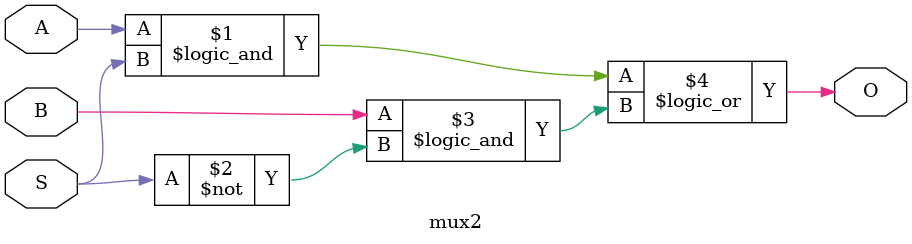
<source format=v>
module mux2(A, B, S, O);
    output O;
    input A, B, S;

    assign O = (A && S) || (B && ~S);

endmodule
</source>
